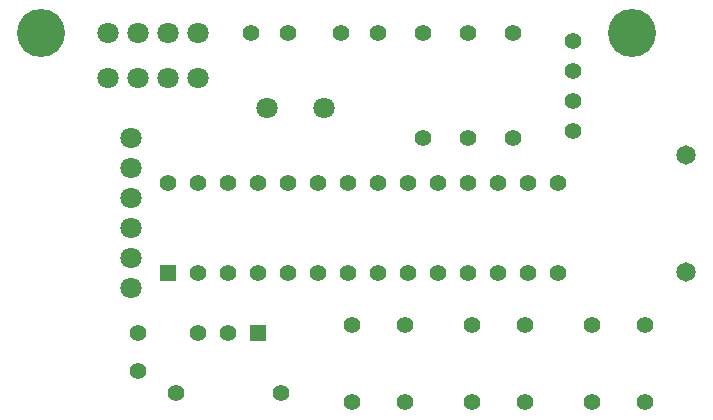
<source format=gts>
G04 (created by PCBNEW (2013-07-07 BZR 4022)-stable) date 10/06/2014 19:35:49*
%MOIN*%
G04 Gerber Fmt 3.4, Leading zero omitted, Abs format*
%FSLAX34Y34*%
G01*
G70*
G90*
G04 APERTURE LIST*
%ADD10C,0.00590551*%
%ADD11C,0.055*%
%ADD12C,0.065*%
%ADD13R,0.055X0.055*%
%ADD14C,0.0708661*%
%ADD15C,0.16*%
G04 APERTURE END LIST*
G54D10*
G54D11*
X49750Y-25500D03*
X53250Y-25500D03*
X61000Y-13500D03*
X61000Y-17000D03*
X59500Y-13500D03*
X59500Y-17000D03*
X58000Y-13500D03*
X58000Y-17000D03*
X55614Y-23220D03*
X57386Y-23220D03*
X55614Y-25780D03*
X57386Y-25780D03*
X59614Y-23220D03*
X61386Y-23220D03*
X59614Y-25780D03*
X61386Y-25780D03*
X63614Y-23220D03*
X65386Y-23220D03*
X63614Y-25780D03*
X65386Y-25780D03*
G54D12*
X66750Y-17540D03*
X66750Y-21460D03*
G54D13*
X52500Y-23500D03*
G54D11*
X51500Y-23500D03*
X50500Y-23500D03*
X50500Y-21500D03*
X51500Y-21500D03*
X52500Y-21500D03*
X53500Y-21500D03*
X54500Y-21500D03*
X55500Y-21500D03*
X56500Y-21500D03*
X57500Y-21500D03*
X58500Y-21500D03*
X59500Y-21500D03*
X60500Y-21500D03*
X61500Y-21500D03*
X62500Y-21500D03*
G54D13*
X49500Y-21500D03*
G54D11*
X62500Y-18500D03*
X61500Y-18500D03*
X60500Y-18500D03*
X59500Y-18500D03*
X58500Y-18500D03*
X57500Y-18500D03*
X56500Y-18500D03*
X55500Y-18500D03*
X54500Y-18500D03*
X53500Y-18500D03*
X52500Y-18500D03*
X51500Y-18500D03*
X50500Y-18500D03*
X49500Y-18500D03*
X56500Y-13500D03*
X55250Y-13500D03*
X52250Y-13500D03*
X53500Y-13500D03*
X48500Y-23500D03*
X48500Y-24750D03*
G54D14*
X48250Y-17000D03*
X48250Y-18000D03*
X48250Y-19000D03*
X48250Y-20000D03*
X48250Y-21000D03*
X48250Y-22000D03*
X50500Y-15000D03*
X49500Y-15000D03*
X48500Y-15000D03*
X47500Y-15000D03*
X54700Y-16000D03*
X52800Y-16000D03*
X50500Y-13500D03*
X49500Y-13500D03*
X48500Y-13500D03*
X47500Y-13500D03*
G54D11*
X63000Y-13750D03*
X63000Y-14750D03*
X63000Y-15750D03*
X63000Y-16750D03*
G54D15*
X45250Y-13500D03*
X64950Y-13500D03*
M02*

</source>
